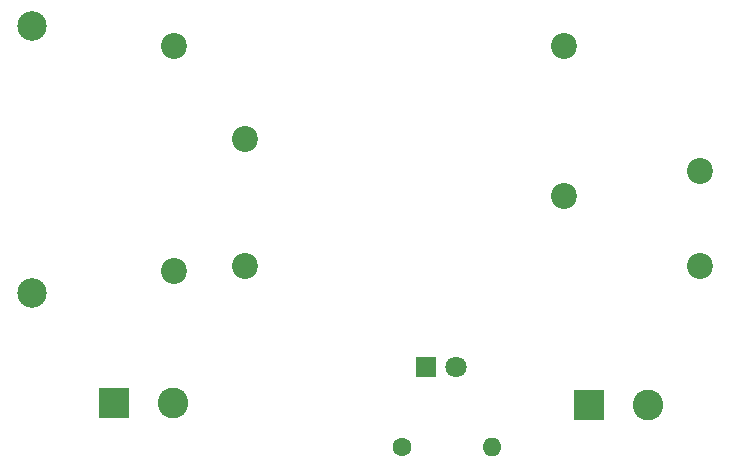
<source format=gbr>
%TF.GenerationSoftware,KiCad,Pcbnew,(5.0.2-5)-5*%
%TF.CreationDate,2019-04-17T13:51:17+02:00*%
%TF.ProjectId,PowerSupply,506f7765-7253-4757-9070-6c792e6b6963,rev?*%
%TF.SameCoordinates,Original*%
%TF.FileFunction,Copper,L1,Top*%
%TF.FilePolarity,Positive*%
%FSLAX46Y46*%
G04 Gerber Fmt 4.6, Leading zero omitted, Abs format (unit mm)*
G04 Created by KiCad (PCBNEW (5.0.2-5)-5) date 2019 April 17, Wednesday 13:51:17*
%MOMM*%
%LPD*%
G01*
G04 APERTURE LIST*
%ADD10C,2.200000*%
%ADD11C,2.500000*%
%ADD12C,2.600000*%
%ADD13R,2.600000X2.600000*%
%ADD14C,1.800000*%
%ADD15R,1.800000X1.800000*%
%ADD16O,1.600000X1.600000*%
%ADD17C,1.600000*%
G04 APERTURE END LIST*
D10*
X145930000Y-83780000D03*
X145930000Y-94530000D03*
X184430000Y-94530000D03*
X184430000Y-86530000D03*
D11*
X127880000Y-96820000D03*
X127880000Y-74220000D03*
D12*
X139800000Y-106100000D03*
D13*
X134800000Y-106100000D03*
D12*
X180040000Y-106300000D03*
D13*
X175040000Y-106300000D03*
D10*
X139900000Y-94950000D03*
X139900000Y-75900000D03*
X172920000Y-75900000D03*
X172920000Y-88600000D03*
D14*
X163800000Y-103100000D03*
D15*
X161260000Y-103100000D03*
D16*
X166820000Y-109900000D03*
D17*
X159200000Y-109900000D03*
M02*

</source>
